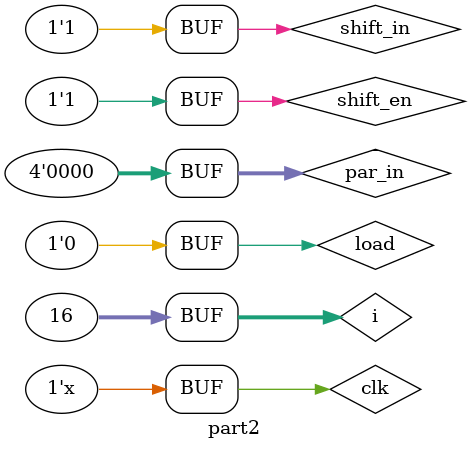
<source format=v>
`timescale 1ns / 1ps


module part2(

    );
    reg clk, shift_in, load, shift_en;
    wire shift_out;
    wire [3:0]reg_content;
    reg [3:0] par_in;
    
    integer i;
    
    sr_parallel my_sr(.clk(clk), .shift_in(shift_in), .load(load), .shift_en(shift_en), .shift_out(shift_out), .parallel_in(par_in), .reg_content(reg_content));
    
    always #1 clk = !clk;
    
    
    initial
    begin
        clk =0;
        shift_in = 0;
        load = 1;
        shift_en = 0;
        par_in = 4'b0000;
        for(i=0; i < 16; i = i+1)
            #5 par_in = i;
        #10;
        par_in = 4'b0000;
        #5;
        load = 0;
        clk = 0;
        shift_in = 1;
        shift_en = 1;
        #5;
    end
      
        
        
endmodule

</source>
